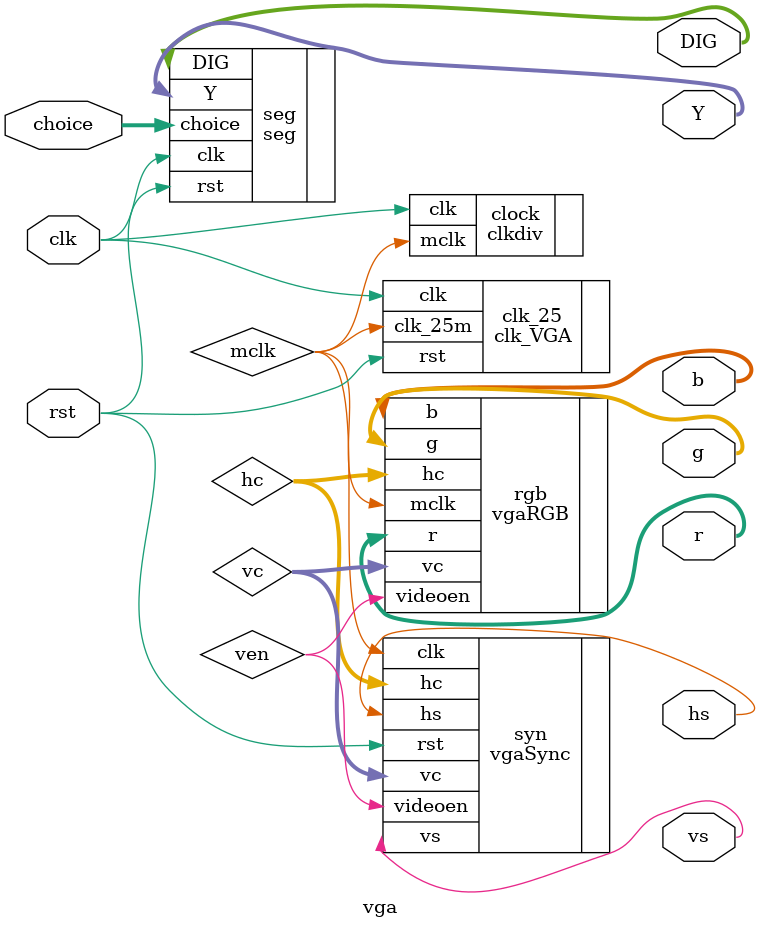
<source format=v>
`timescale 1ns / 1ps


module vga(input wire clk, rst, input [2:0] choice,
    output wire [3:0] r, g, b, output wire hs, vs, output [7:0] DIG, Y
);
wire mclk;
wire ven;
wire [9:0] hc;
wire [9:0] vc;
//frequency divider 
clkdiv clock(
    .clk(clk),
    .mclk(mclk)
);
// use ipcore
clk_VGA clk_25(.clk(clk), .rst(rst), .clk_25m(mclk));

//generate VGA scan signal 
vgaSync syn(
    .clk(mclk),
    .rst(rst),
    .hs(hs),
    .vs(vs),
    .videoen(ven),
    .hc(hc),
    .vc(vc)
);
//Display image
vgaRGB rgb(
    .hc(hc),
    .vc(vc),
    .videoen(ven),
    .mclk(mclk),
    .r(r),
    .g(g),
    .b(b)
);
//Display resolution with digital tube
seg seg(
    .rst(rst),
    .clk(clk),
    .choice(choice),
    .DIG(DIG),
    .Y(Y)
);
endmodule

</source>
